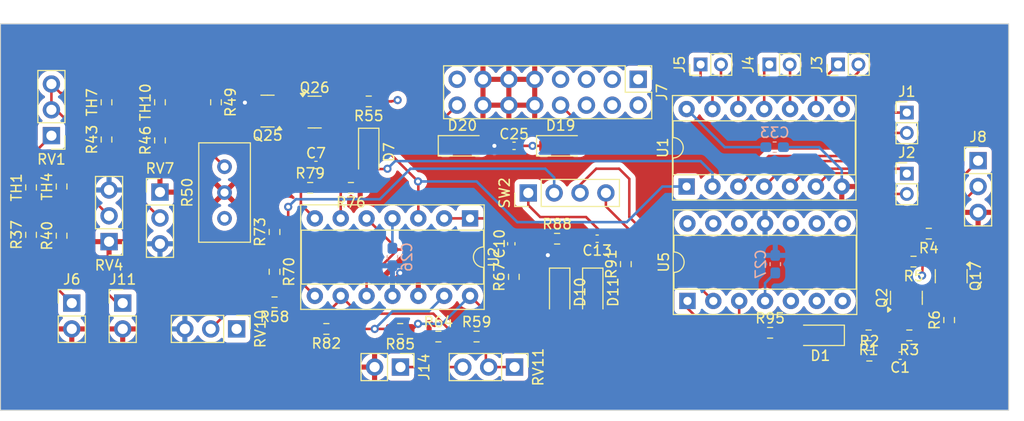
<source format=kicad_pcb>
(kicad_pcb (version 20240108) (generator "pcbnew") (generator_version "8.0")
  (layers (0 "F.Cu" signal) (1 "In1.Cu" signal) (2 "In2.Cu" signal) (31 "B.Cu" signal) (34 "B.Paste" user) (35 "F.Paste" user) (36 "B.SilkS" user "B.Silkscreen") (37 "F.SilkS" user "F.Silkscreen") (38 "B.Mask" user) (39 "F.Mask" user) (44 "Edge.Cuts" user))
  (net 0 "")
  (net 1 "GND")
  (net 2 "Net-(C1-Pad2)")
  (net 3 "Net-(D7-K)")
  (net 4 "Net-(U2B-+)")
  (net 5 "Net-(U2A--)")
  (net 6 "TRI_OUT1")
  (net 7 "Net-(D10-K)")
  (net 8 "-12V")
  (net 9 "+12V")
  (net 10 "Net-(D1-K)")
  (net 11 "OUT1")
  (net 12 "Net-(D7-A)")
  (net 13 "Net-(D10-A)")
  (net 14 "SAW_OUT1")
  (net 15 "Net-(D19-A)")
  (net 16 "Net-(D20-K)")
  (net 17 "FM_IN1")
  (net 24 "LED_OUT1")
  (net 25 "CV_IN1")
  (net 26 "PWM_MOD1")
  (net 27 "Net-(Q2-B)")
  (net 28 "Net-(Q2-C)")
  (net 29 "Net-(Q17-B)")
  (net 30 "Net-(Q25-B)")
  (net 31 "Net-(Q25-E)")
  (net 32 "Net-(R37-Pad2)")
  (net 33 "Net-(R40-Pad2)")
  (net 34 "Net-(R43-Pad1)")
  (net 35 "Net-(R43-Pad2)")
  (net 36 "Net-(R46-Pad1)")
  (net 37 "Net-(R46-Pad2)")
  (net 38 "Net-(R49-Pad2)")
  (net 39 "Net-(R58-Pad2)")
  (net 40 "Net-(U2C--)")
  (net 41 "Net-(R59-Pad2)")
  (net 42 "PULSE_OUT1")
  (net 43 "Net-(R70-Pad2)")
  (net 44 "Net-(U2B--)")
  (net 45 "Net-(U2D--)")
  (net 46 "Net-(U5A-+)")
  (net 47 "Net-(RV1-Pad1)")
  (net 48 "Net-(U5A--)")
  (net 49 "Net-(J1-Pin_1)")
  (net 50 "Net-(J1-Pin_2)")
  (net 51 "Net-(J2-Pin_1)")
  (net 52 "Net-(J2-Pin_2)")
  (net 53 "Net-(J3-Pin_2)")
  (net 54 "Net-(J3-Pin_1)")
  (net 55 "Net-(J4-Pin_1)")
  (net 56 "Net-(J4-Pin_2)")
  (net 57 "Net-(J5-Pin_1)")
  (net 58 "Net-(J5-Pin_2)")
  (footprint "Resistor_SMD:R_0603_1608Metric_Pad0.98x0.95mm_HandSolder" (layer "F.Cu") (at 208.3225 117.63)
    (property "Reference" "R2")
    (property "Value" "22K")
  )
  (footprint "Package_TO_SOT_SMD:SOT-23" (layer "F.Cu") (at 153.8475 93.68)
    (property "Reference" "Q26")
    (property "Value" "BC848")
  )
  (footprint "Resistor_SMD:R_0603_1608Metric_Pad0.98x0.95mm_HandSolder" (layer "F.Cu") (at 212.66 108.38 180)
    (property "Reference" "R5")
    (property "Value" "12K")
  )
  (footprint "Diode_SMD:D_SOD-123" (layer "F.Cu") (at 181.16 111.38 -90)
    (property "Reference" "D11")
    (property "Value" "1N4148")
  )
  (footprint "Resistor_SMD:R_0603_1608Metric_Pad0.98x0.95mm_HandSolder" (layer "F.Cu") (at 138.66 96.4675 90)
    (property "Reference" "R46")
    (property "Value" "100K")
  )
  (footprint "Connector_PinHeader_2.54mm:PinHeader_1x03_P2.54mm_Vertical" (layer "F.Cu") (at 138.66 101.55)
    (property "Reference" "RV7")
    (property "Value" "100K")
  )
  (footprint "Package_DIP:DIP-14_W7.62mm_Socket" (layer "F.Cu") (at 190.46 112.25 90)
    (property "Reference" "U5")
    (property "Value" "TL074")
  )
  (footprint "Potentiometer_THT:Potentiometer_Bourns_3296W_Vertical" (layer "F.Cu") (at 145 99.05 90)
    (property "Reference" "R50")
    (property "Value" "1K")
  )
  (footprint "Connector_PinHeader_2.54mm:PinHeader_1x04_P2.54mm_Vertical" (layer "F.Cu") (at 174.83 101.63 90)
    (property "Reference" "SW2")
    (property "Value" "SW_SP3T")
  )
  (footprint "Resistor_SMD:R_0603_1608Metric_Pad0.98x0.95mm_HandSolder" (layer "F.Cu") (at 149.91 112.38 180)
    (property "Reference" "R58")
    (property "Value" "100K")
  )
  (footprint "Connector_PinHeader_2.54mm:PinHeader_1x02_P2.54mm_Vertical" (layer "F.Cu") (at 162.275 118.75 -90)
    (property "Reference" "J14")
    (property "Value" "PWMMOD_in_1")
  )
  (footprint "Diode_SMD:D_SOD-123" (layer "F.Cu") (at 159.16 97.63 -90)
    (property "Reference" "D7")
    (property "Value" "1N4148")
  )
  (footprint "Resistor_SMD:R_0603_1608Metric_Pad0.98x0.95mm_HandSolder" (layer "F.Cu") (at 198.5725 115.38)
    (property "Reference" "R95")
    (property "Value" "1K")
  )
  (footprint "Resistor_SMD:R_0603_1608Metric_Pad0.98x0.95mm_HandSolder" (layer "F.Cu") (at 149.91 109.38 -90)
    (property "Reference" "R70")
    (property "Value" "100K")
  )
  (footprint "Capacitor_SMD:C_0402_1005Metric_Pad0.74x0.62mm_HandSolder" (layer "F.Cu") (at 211.3425 117.63 180)
    (property "Reference" "C1")
    (property "Value" "1µ")
  )
  (footprint "Resistor_SMD:R_0603_1608Metric_Pad0.98x0.95mm_HandSolder" (layer "F.Cu") (at 208.2475 115.63 180)
    (property "Reference" "R1")
    (property "Value" "1K")
  )
  (footprint "Connector_PinHeader_2.54mm:PinHeader_1x03_P2.54mm_Vertical" (layer "F.Cu") (at 133.66 106.42 180)
    (property "Reference" "RV4")
    (property "Value" "100K")
  )
  (footprint "Diode_SMD:D_SOD-123" (layer "F.Cu") (at 177.91 111.38 -90)
    (property "Reference" "D10")
    (property "Value" "1N4148")
  )
  (footprint "Resistor_SMD:R_0603_1608Metric_Pad0.98x0.95mm_HandSolder" (layer "F.Cu") (at 129 105.8375 90)
    (property "Reference" "R40")
    (property "Value" "100K")
  )
  (footprint "Resistor_SMD:R_0603_1608Metric_Pad0.98x0.95mm_HandSolder" (layer "F.Cu") (at 166 115.75)
    (property "Reference" "R64")
    (property "Value" "14K")
  )
  (footprint "Resistor_SMD:R_0603_1608Metric_Pad0.98x0.95mm_HandSolder" (layer "F.Cu") (at 159.16 92.63 180)
    (property "Reference" "R55")
    (property "Value" "1M")
  )
  (footprint "Package_DIP:DIP-14_W7.62mm_Socket" (layer "F.Cu") (at 169.11 104.13 -90)
    (property "Reference" "U2")
    (property "Value" "TL074")
  )
  (footprint "Connector_PinHeader_2.54mm:PinHeader_1x03_P2.54mm_Vertical" (layer "F.Cu") (at 173.4775 118.75 -90)
    (property "Reference" "RV11")
    (property "Value" "250K")
  )
  (footprint "Connector_PinHeader_2.00mm:PinHeader_1x02_P2.00mm_Vertical" (layer "F.Cu") (at 212 99.73)
    (property "Reference" "J2")
    (property "Value" "shmidt trigger 3")
  )
  (footprint "Resistor_SMD:R_0603_1608Metric_Pad0.98x0.95mm_HandSolder" (layer "F.Cu") (at 155 115 180)
    (property "Reference" "R82")
    (property "Value" "10K")
  )
  (footprint "Connector_PinHeader_2.54mm:PinHeader_2x08_P2.54mm_Vertical" (layer "F.Cu") (at 185.62 90.46 -90)
    (property "Reference" "J7")
    (property "Value" "Conn_02x08_Odd_Even")
  )
  (footprint "Capacitor_SMD:C_0402_1005Metric_Pad0.74x0.62mm_HandSolder" (layer "F.Cu") (at 173.16 106.63 90)
    (property "Reference" "C10")
    (property "Value" "1µ")
  )
  (footprint "Resistor_SMD:R_0603_1608Metric_Pad0.98x0.95mm_HandSolder" (layer "F.Cu") (at 126 101.0875 90)
    (property "Reference" "TH1")
    (property "Value" "10K")
  )
  (footprint "Resistor_SMD:R_0603_1608Metric_Pad0.98x0.95mm_HandSolder" (layer "F.Cu") (at 212.2475 115.63 180)
    (property "Reference" "R3")
    (property "Value" "10K")
  )
  (footprint "Resistor_SMD:R_0603_1608Metric_Pad0.98x0.95mm_HandSolder" (layer "F.Cu") (at 133.41 96.38 90)
    (property "Reference" "R43")
    (property "Value" "1M")
  )
  (footprint "Resistor_SMD:R_0603_1608Metric_Pad0.98x0.95mm_HandSolder" (layer "F.Cu") (at 184.41 108.63 90)
    (property "Reference" "R91")
    (property "Value" "200K")
  )
  (footprint "Diode_SMD:D_SOD-123" (layer "F.Cu") (at 168.35 97)
    (property "Reference" "D20")
    (property "Value" "1N4148")
  )
  (footprint "Resistor_SMD:R_0603_1608Metric_Pad0.98x0.95mm_HandSolder" (layer "F.Cu") (at 153.41 101.13)
    (property "Reference" "R79")
    (property "Value" "100K")
  )
  (footprint "Connector_PinHeader_2.00mm:PinHeader_1x02_P2.00mm_Vertical" (layer "F.Cu") (at 198.5 89 90)
    (property "Reference" "J4")
    (property "Value" "shmidt trigger 5")
  )
  (footprint "Connector_PinHeader_2.00mm:PinHeader_1x02_P2.00mm_Vertical" (layer "F.Cu") (at 191.75 89 90)
    (property "Reference" "J5")
    (property "Value" "shmidt trigger 6")
  )
  (footprint "Capacitor_SMD:C_0402_1005Metric_Pad0.74x0.62mm_HandSolder" (layer "F.Cu") (at 181.5925 106.13 180)
    (property "Reference" "C13")
    (property "Value" "1µ")
  )
  (footprint "Resistor_SMD:R_0603_1608Metric_Pad0.98x0.95mm_HandSolder" (layer "F.Cu") (at 144.16 92.7175 -90)
    (property "Reference" "R49")
    (property "Value" "1.5K")
  )
  (footprint "Resistor_SMD:R_0603_1608Metric_Pad0.98x0.95mm_HandSolder" (layer "F.Cu") (at 214.16 105.63 180)
    (property "Reference" "R4")
    (property "Value" "1K")
  )
  (footprint "Package_TO_SOT_SMD:SOT-23" (layer "F.Cu") (at 211.96 111.9425 90)
    (property "Reference" "Q2")
    (property "Value" "BC817")
  )
  (footprint "Resistor_SMD:R_0603_1608Metric_Pad0.98x0.95mm_HandSolder" (layer "F.Cu") (at 157.41 101.13 180)
    (property "Reference" "R76")
    (property "Value" "33K")
  )
  (footprint "Resistor_SMD:R_0603_1608Metric_Pad0.98x0.95mm_HandSolder" (layer "F.Cu") (at 126 105.75 90)
    (property "Reference" "R37")
    (property "Value" "100K")
  )
  (footprint "Package_TO_SOT_SMD:SOT-23" (layer "F.Cu") (at 216.36 109.8175 -90)
    (property "Reference" "Q17")
    (property "Value" "BC807")
  )
  (footprint "Connector_PinHeader_2.54mm:PinHeader_1x02_P2.54mm_Vertical" (layer "F.Cu") (at 135 112.46)
    (property "Reference" "J11")
    (property "Value" "CV_in_1")
  )
  (footprint "Resistor_SMD:R_0603_1608Metric_Pad0.98x0.95mm_HandSolder" (layer "F.Cu") (at 177.66 106.13)
    (property "Reference" "R88")
    (property "Value" "200K")
  )
  (footprint "Resistor_SMD:R_0603_1608Metric_Pad0.98x0.95mm_HandSolder" (layer "F.Cu") (at 216.16 114.13 90)
    (property "Reference" "R6")
    (property "Value" "1K")
  )
  (footprint "Diode_SMD:D_SOD-123" (layer "F.Cu") (at 203.51 115.63 180)
    (property "Reference" "D1")
    (property "Value" "1N4148")
  )
  (footprint "Resistor_SMD:R_0603_1608Metric_Pad0.98x0.95mm_HandSolder" (layer "F.Cu") (at 133.41 92.7175 90)
    (property "Reference" "TH7")
    (property "Value" "10K")
  )
  (footprint "Resistor_SMD:R_0603_1608Metric_Pad0.98x0.95mm_HandSolder" (layer "F.Cu") (at 138.66 92.7175 90)
    (property "Reference" "TH10")
    (property "Value" "10K")
  )
  (footprint "Resistor_SMD:R_0603_1608Metric_Pad0.98x0.95mm_HandSolder" (layer "F.Cu") (at 162.25 115 180)
    (property "Reference" "R85")
    (property "Value" "10K")
  )
  (footprint "Capacitor_SMD:C_0402_1005Metric_Pad0.74x0.62mm_HandSolder" (layer "F.Cu") (at 153.9775 98.88)
    (property "Reference" "C7")
    (property "Value" "2.2n")
  )
  (footprint "Diode_SMD:D_SOD-123" (layer "F.Cu") (at 178 97)
    (property "Reference" "D19")
    (property "Value" "1N4148")
  )
  (footprint "Capacitor_SMD:C_0402_1005Metric_Pad0.74x0.62mm_HandSolder" (layer "F.Cu") (at 173.4325 97)
    (property "Reference" "C25")
    (property "Value" "1µ")
  )
  (footprint "Connector_PinHeader_2.00mm:PinHeader_1x02_P2.00mm_Vertical" (layer "F.Cu") (at 212 93.73)
    (property "Reference" "J1")
    (property "Value" "shmidt trigger 2")
  )
  (footprint "Package_DIP:DIP-14_W7.62mm_Socket" (layer "F.Cu") (at 190.375 101 90)
    (property "Reference" "U1")
    (property "Value" "40106")
  )
  (footprint "Resistor_SMD:R_0603_1608Metric_Pad0.98x0.95mm_HandSolder" (layer "F.Cu") (at 173.41 109.88 90)
    (property "Reference" "R67")
    (property "Value" "200K")
  )
  (footprint "Resistor_SMD:R_0603_1608Metric_Pad0.98x0.95mm_HandSolder" (layer "F.Cu") (at 149.91 105.4675 90)
    (property "Reference" "R73")
    (property "Value" "68K")
  )
  (footprint "Package_TO_SOT_SMD:SOT-23" (layer "F.Cu") (at 149.2225 93.58 180)
    (property "Reference" "Q25")
    (property "Value" "BC858")
  )
  (footprint "Resistor_SMD:R_0603_1608Metric_Pad0.98x0.95mm_HandSolder" (layer "F.Cu") (at 129 101 90)
    (property "Reference" "TH4")
    (property "Value" "10K")
  )
  (footprint "Connector_PinHeader_2.54mm:PinHeader_1x03_P2.54mm_Vertical" (layer "F.Cu") (at 128 96 180)
    (property "Reference" "RV1")
    (property "Value" "1M")
  )
  (footprint "Connector_PinHeader_2.54mm:PinHeader_1x03_P2.54mm_Vertical" (layer "F.Cu") (at 219 98.46)
    (property "Reference" "J8")
    (property "Value" "Audiojack 1")
  )
  (footprint "Connector_PinHeader_2.00mm:PinHeader_1x02_P2.00mm_Vertical" (layer "F.Cu") (at 205.25 89 90)
    (property "Reference" "J3")
    (property "Value" "shmidt trigger 4")
  )
  (footprint "Resistor_SMD:R_0603_1608Metric_Pad0.98x0.95mm_HandSolder" (layer "F.Cu") (at 169.75 115.75)
    (property "Reference" "R59")
    (property "Value" "68K")
  )
  (footprint "Connector_PinHeader_2.54mm:PinHeader_1x02_P2.54mm_Vertical" (layer "F.Cu") (at 130 112.46)
    (property "Reference" "J6")
    (property "Value" "FM_in_1")
  )
  (footprint "Connector_PinHeader_2.54mm:PinHeader_1x03_P2.54mm_Vertical" (layer "F.Cu") (at 146.185 115 -90)
    (property "Reference" "RV10")
    (property "Value" "100K")
  )
  (footprint "Capacitor_SMD:C_0603_1608Metric_Pad1.08x0.95mm_HandSolder" (layer "B.Cu") (at 199.085 108.63 -90)
    (property "Reference" "C27")
    (property "Value" "0.1µ")
  )
  (footprint "Capacitor_SMD:C_0603_1608Metric_Pad1.08x0.95mm_HandSolder" (layer "B.Cu") (at 161.485 107.93 90)
    (property "Reference" "C26")
    (property "Value" "0.1µ")
  )
  (footprint "Capacitor_SMD:C_0603_1608Metric_Pad1.08x0.95mm_HandSolder" (layer "B.Cu") (at 199.0225 97.13 180)
    (property "Reference" "C33")
    (property "Value" "0.1µ")
  )
  (gr_rect (start 123 85) (end 222 123) (stroke (width 0.1)) (fill none) (layer "Edge.Cuts"))
  (segment (start 199.885 97.13) (end 203.38 97.13) (width 0.25) (layer "B.Cu") (net 1))
  (segment (start 203.38 97.13) (end 205.615 99.365) (width 0.25) (layer "B.Cu") (net 1))
  (segment (start 205.615 99.365) (end 205.615 101) (width 0.25) (layer "B.Cu") (net 1))
  (segment (start 209.16 115.63) (end 209.16 117.555) (width 0.25) (layer "F.Cu") (net 2))
  (segment (start 209.16 117.555) (end 209.235 117.63) (width 0.25) (layer "F.Cu") (net 2))
  (segment (start 209.235 117.63) (end 210.775 117.63) (width 0.25) (layer "F.Cu") (net 2))
  (segment (start 154.785 93.68) (end 156.86 93.68) (width 0.25) (layer "F.Cu") (net 3))
  (segment (start 164.03 100.53) (end 164 100.5) (width 0.25) (layer "F.Cu") (net 3))
  (segment (start 154.785 93.68) (end 154.785 98.64) (width 0.25) (layer "F.Cu") (net 3))
  (segment (start 154.785 98.64) (end 154.545 98.88) (width 0.25) (layer "F.Cu") (net 3))
  (segment (start 164 100.5) (end 159.48 95.98) (width 0.25) (layer "F.Cu") (net 3))
  (segment (start 164.03 104.13) (end 164.03 100.53) (width 0.25) (layer "F.Cu") (net 3))
  (segment (start 159.48 95.98) (end 159.16 95.98) (width 0.25) (layer "F.Cu") (net 3))
  (segment (start 156.86 93.68) (end 159.16 95.98) (width 0.25) (layer "F.Cu") (net 3))
  (via (at 164 100.5) (size 0.8) (drill 0.4) (layers "F.Cu" "B.Cu") (net 3))
  (segment (start 169.75 100.5) (end 173.75 104.5) (width 0.25) (layer "B.Cu") (net 3))
  (segment (start 164 100.5) (end 169.75 100.5) (width 0.25) (layer "B.Cu") (net 3))
  (segment (start 184.5 104.5) (end 188 101) (width 0.25) (layer "B.Cu") (net 3))
  (segment (start 188 101) (end 190.375 101) (width 0.25) (layer "B.Cu") (net 3))
  (segment (start 173.75 104.5) (end 184.5 104.5) (width 0.25) (layer "B.Cu") (net 3))
  (segment (start 162.0175 107.1975) (end 158.95 104.13) (width 0.25) (layer "F.Cu") (net 4))
  (segment (start 173.16 108.7175) (end 173.41 108.9675) (width 0.25) (layer "F.Cu") (net 4))
  (segment (start 158.95 110.265) (end 162.0175 107.1975) (width 0.25) (layer "F.Cu") (net 4))
  (segment (start 173.16 107.1975) (end 173.16 108.7175) (width 0.25) (layer "F.Cu") (net 4))
  (segment (start 158.95 111.75) (end 158.95 110.265) (width 0.25) (layer "F.Cu") (net 4))
  (segment (start 173.16 107.1975) (end 162.0175 107.1975) (width 0.25) (layer "F.Cu") (net 4))
  (segment (start 166.57 104.13) (end 169.11 104.13) (width 0.25) (layer "F.Cu") (net 5))
  (segment (start 171.2275 104.13) (end 173.16 106.0625) (width 0.25) (layer "F.Cu") (net 5))
  (segment (start 169.11 104.13) (end 171.2275 104.13) (width 0.25) (layer "F.Cu") (net 5))
  (segment (start 182.16 105.66) (end 180.5 104) (width 0.25) (layer "F.Cu") (net 6))
  (segment (start 182.16 106.13) (end 182.16 105.66) (width 0.25) (layer "F.Cu") (net 6))
  (segment (start 180.5 104) (end 176 104) (width 0.25) (layer "F.Cu") (net 6))
  (segment (start 174.83 102.83) (end 174.83 101.63) (width 0.25) (layer "F.Cu") (net 6))
  (segment (start 176 104) (end 174.83 102.83) (width 0.25) (layer "F.Cu") (net 6))
  (segment (start 183.13 106.13) (end 182.16 106.13) (width 0.25) (layer "F.Cu") (net 6))
  (segment (start 184.41 107.7175) (end 184.41 107.41) (width 0.25) (layer "F.Cu") (net 6))
  (segment (start 184.41 107.41) (end 183.13 106.13) (width 0.25) (layer "F.Cu") (net 6))
  (segment (start 178.5725 106.13) (end 181.025 106.13) (width 0.25) (layer "F.Cu") (net 7))
  (segment (start 181.16 106.265) (end 181.025 106.13) (width 0.25) (layer "F.Cu") (net 7))
  (segment (start 181.16 109.73) (end 181.16 106.265) (width 0.25) (layer "F.Cu") (net 7))
  (segment (start 171.5 97) (end 170 97) (width 0.25) (layer "F.Cu") (net 8))
  (segment (start 176.75 107.75) (end 176.7475 107.7475) (width 0.25) (layer "F.Cu") (net 8))
  (segment (start 148.285 93.58) (end 147.33 93.58) (width 0.25) (layer "F.Cu") (net 8))
  (segment (start 147 93.25) (end 147 92.75) (width 0.25) (layer "F.Cu") (net 8))
  (segment (start 161.49 110.26) (end 162.25 109.5) (width 0.25) (layer "F.Cu") (net 8))
  (segment (start 172.865 97) (end 171.5 97) (width 0.25) (layer "F.Cu") (net 8))
  (segment (start 161.49 111.75) (end 161.49 110.26) (width 0.25) (layer "F.Cu") (net 8))
  (segment (start 176.7475 106.13) (end 176.75 107.75) (width 0.25) (layer "F.Cu") (net 8))
  (segment (start 147.33 93.58) (end 147 93.25) (width 0.25) (layer "F.Cu") (net 8))
  (via (at 171.5 97) (size 0.8) (drill 0.4) (layers "F.Cu" "B.Cu") (net 8))
  (via (at 147 92.75) (size 0.8) (drill 0.4) (layers "F.Cu" "B.Cu") (net 8))
  (via (at 162.25 109.5) (size 0.8) (drill 0.4) (layers "F.Cu" "B.Cu") (net 8))
  (via (at 176.75 107.75) (size 0.8) (drill 0.4) (layers "F.Cu" "B.Cu") (net 8))
  (segment (start 215.41 108.88) (end 214.91 108.38) (width 0.25) (layer "F.Cu") (net 9))
  (segment (start 213.5 109.75) (end 213.5725 109.8225) (width 0.25) (layer "F.Cu") (net 9))
  (segment (start 174 97) (end 175.25 97) (width 0.25) (layer "F.Cu") (net 9))
  (segment (start 213.5725 108.38) (end 213.5 109.75) (width 0.25) (layer "F.Cu") (net 9))
  (segment (start 175.25 97) (end 176.35 97) (width 0.25) (layer "F.Cu") (net 9))
  (segment (start 162 92.5) (end 161.87 92.63) (width 0.25) (layer "F.Cu") (net 9))
  (segment (start 214.91 108.38) (end 213.5725 108.38) (width 0.25) (layer "F.Cu") (net 9))
  (segment (start 160.0725 92.63) (end 161.38 92.63) (width 0.25) (layer "F.Cu") (net 9))
  (segment (start 161.38 92.63) (end 162 92.5) (width 0.25) (layer "F.Cu") (net 9))
  (via (at 213.5 109.75) (size 0.8) (drill 0.4) (layers "F.Cu" "B.Cu") (net 9))
  (via (at 175.25 97) (size 0.8) (drill 0.4) (layers "F.Cu" "B.Cu") (net 9))
  (via (at 162 92.5) (size 0.8) (drill 0.4) (layers "F.Cu" "B.Cu") (net 9))
  (segment (start 161.485 104.135) (end 161.49 104.13) (width 0.25) (layer "B.Cu") (net 9))
  (segment (start 198.08 110.4975) (end 199.085 109.4925) (width 0.25) (layer "B.Cu") (net 9))
  (segment (start 161.485 107.0675) (end 161.485 104.135) (width 0.25) (layer "B.Cu") (net 9))
  (segment (start 198.16 97.13) (end 194.125 97.13) (width 0.25) (layer "B.Cu") (net 9))
  (segment (start 198.08 112.25) (end 198.08 110.4975) (width 0.25) (layer "B.Cu") (net 9))
  (segment (start 194.125 97.13) (end 190.375 93.38) (width 0.25) (layer "B.Cu") (net 9))
  (segment (start 205.16 115.63) (end 207.335 115.63) (width 0.25) (layer "F.Cu") (net 10))
  (segment (start 208 114.5) (end 210.205 114.5) (width 0.25) (layer "F.Cu") (net 10))
  (segment (start 207.335 115.165) (end 208 114.5) (width 0.25) (layer "F.Cu") (net 10))
  (segment (start 207.335 115.63) (end 207.335 115.165) (width 0.25) (layer "F.Cu") (net 10))
  (segment (start 210.205 114.5) (end 211.335 115.63) (width 0.25) (layer "F.Cu") (net 10))
  (segment (start 199.485 115.38) (end 201.61 115.38) (width 0.25) (layer "F.Cu") (net 11))
  (segment (start 201.86 115.63) (end 202.87 115.63) (width 0.25) (layer "F.Cu") (net 11))
  (segment (start 209.5 106.5) (end 212.5 103.5) (width 0.25) (layer "F.Cu") (net 11))
  (segment (start 204 114.5) (end 207 114.5) (width 0.25) (layer "F.Cu") (net 11))
  (segment (start 209.5 112) (end 209.5 106.5) (width 0.25) (layer "F.Cu") (net 11))
  (segment (start 214 103.5) (end 219 98.5) (width 0.25) (layer "F.Cu") (net 11))
  (segment (start 201.61 115.38) (end 201.86 115.63) (width 0.25) (layer "F.Cu") (net 11))
  (segment (start 212.5 103.5) (end 214 103.5) (width 0.25) (layer "F.Cu") (net 11))
  (segment (start 202.87 115.63) (end 204 114.5) (width 0.25) (layer "F.Cu") (net 11))
  (segment (start 219 98.5) (end 219 98.46) (width 0.25) (layer "F.Cu") (net 11))
  (segment (start 207 114.5) (end 209.5 112) (width 0.25) (layer "F.Cu") (net 11))
  (segment (start 159.16 99.28) (end 160.97 99.28) (width 0.25) (layer "F.Cu") (net 12))
  (segment (start 160.97 99.28) (end 161 99.25) (width 0.25) (layer "F.Cu") (net 12))
  (via (at 161 99.25) (size 0.8) (drill 0.4) (layers "F.Cu" "B.Cu") (net 12))
  (segment (start 191.75 98.5) (end 161.75 98.5) (width 0.25) (layer "B.Cu") (net 12))
  (segment (start 192.915 101) (end 192.915 99.665) (width 0.25) (layer "B.Cu") (net 12))
  (segment (start 192.915 99.665) (end 191.75 98.5) (width 0.25) (layer "B.Cu") (net 12))
  (segment (start 161.75 98.5) (end 161 99.25) (width 0.25) (layer "B.Cu") (net 12))
  (segment (start 177.91 113.03) (end 170.39 113.03) (width 0.25) (layer "F.Cu") (net 13))
  (segment (start 163.2125 114.95) (end 163.55 114.95) (width 0.25) (layer "F.Cu") (net 13))
  (segment (start 163.55 114.95) (end 164 114.5) (width 0.25) (layer "F.Cu") (net 13))
  (segment (start 170.39 113.03) (end 169.11 111.75) (width 0.25) (layer "F.Cu") (net 13))
  (segment (start 163.1625 115) (end 163.2125 114.95) (width 0.25) (layer "F.Cu") (net 13))
  (via (at 164 114.5) (size 0.8) (drill 0.4) (layers "F.Cu" "B.Cu") (net 13))
  (segment (start 166.36 114.5) (end 169.11 111.75) (width 0.25) (layer "B.Cu") (net 13))
  (segment (start 164 114.5) (end 166.36 114.5) (width 0.25) (layer "B.Cu") (net 13))
  (segment (start 181.16 113.03) (end 181.16 117.84) (width 0.25) (layer "F.Cu") (net 14))
  (segment (start 154.0875 118.0875) (end 154.0875 115) (width 0.25) (layer "F.Cu") (net 14))
  (segment (start 183.97 113.03) (end 181.16 113.03) (width 0.25) (layer "F.Cu") (net 14))
  (segment (start 186 111) (end 183.97 113.03) (width 0.25) (layer "F.Cu") (net 14))
  (segment (start 178 121) (end 157 121) (width 0.25) (layer "F.Cu") (net 14))
  (segment (start 152.4975 102.7575) (end 153.87 104.13) (width 0.25) (layer "F.Cu") (net 14))
  (segment (start 181.16 117.84) (end 178 121) (width 0.25) (layer "F.Cu") (net 14))
  (segment (start 152.4975 101.13) (end 152.4975 102.7575) (width 0.25) (layer "F.Cu") (net 14))
  (segment (start 186 106.5) (end 186 111) (width 0.25) (layer "F.Cu") (net 14))
  (segment (start 182.45 101.63) (end 182.45 102.95) (width 0.25) (layer "F.Cu") (net 14))
  (segment (start 157 121) (end 154.0875 118.0875) (width 0.25) (layer "F.Cu") (net 14))
  (segment (start 182.45 102.95) (end 186 106.5) (width 0.25) (layer "F.Cu") (net 14))
  (segment (start 178 93) (end 179.65 94.65) (width 0.25) (layer "F.Cu") (net 15))
  (segment (start 179.65 94.65) (end 179.65 97) (width 0.25) (layer "F.Cu") (net 15))
  (segment (start 166.7 94.14) (end 167.84 93) (width 0.25) (layer "F.Cu") (net 16))
  (segment (start 166.7 97) (end 166.7 94.14) (width 0.25) (layer "F.Cu") (net 16))
  (segment (start 126 108.46) (end 130 112.46) (width 0.25) (layer "F.Cu") (net 17))
  (segment (start 126 106.6625) (end 126 108.46) (width 0.25) (layer "F.Cu") (net 17))
  (segment (start 216.75 103.25) (end 219 101) (width 0.25) (layer "F.Cu") (net 24))
  (segment (start 216.75 105.5) (end 216.75 103.25) (width 0.25) (layer "F.Cu") (net 24))
  (segment (start 218.75 110) (end 218.75 107.5) (width 0.25) (layer "F.Cu") (net 24))
  (segment (start 217.995 110.755) (end 218.75 110) (width 0.25) (layer "F.Cu") (net 24))
  (segment (start 218.75 107.5) (end 216.75 105.5) (width 0.25) (layer "F.Cu") (net 24))
  (segment (start 216.36 110.755) (end 217.995 110.755) (width 0.25) (layer "F.Cu") (net 24))
  (segment (start 216.16 113.2175) (end 216.16 110.955) (width 0.25) (layer "F.Cu") (net 24))
  (segment (start 216.16 113.2175) (end 213.2475 113.2175) (width 0.25) (layer "F.Cu") (net 24))
  (segment (start 213.2475 113.2175) (end 212.91 112.88) (width 0.25) (layer "F.Cu") (net 24))
  (segment (start 216.16 110.955) (end 216.36 110.755) (width 0.25) (layer "F.Cu") (net 24))
  (segment (start 129 106.75) (end 129 107) (width 0.25) (layer "F.Cu") (net 25))
  (segment (start 129 107) (end 134.46 112.46) (width 0.25) (layer "F.Cu") (net 25))
  (segment (start 134.46 112.46) (end 135 112.46) (width 0.25) (layer "F.Cu") (net 25))
  (segment (start 162.275 118.75) (end 168.3975 118.75) (width 0.25) (layer "F.Cu") (net 26))
  (segment (start 211.01 112.88) (end 213.16 115.03) (width 0.25) (layer "F.Cu") (net 27))
  (segment (start 213.16 115.03) (end 213.16 115.63) (width 0.25) (layer "F.Cu") (net 27))
  (segment (start 211.7475 108.38) (end 211.7475 107.13) (width 0.25) (layer "F.Cu") (net 28))
  (segment (start 211.7475 107.13) (end 213.2475 105.63) (width 0.25) (layer "F.Cu") (net 28))
  (segment (start 211.96 111.005) (end 211.96 108.5925) (width 0.25) (layer "F.Cu") (net 28))
  (segment (start 211.96 108.5925) (end 211.7475 108.38) (width 0.25) (layer "F.Cu") (net 28))
  (segment (start 217.31 107.8675) (end 215.0725 105.63) (width 0.25) (layer "F.Cu") (net 29))
  (segment (start 217.31 108.88) (end 217.31 107.8675) (width 0.25) (layer "F.Cu") (net 29))
  (segment (start 146 94) (end 146 93) (width 0.25) (layer "F.Cu") (net 30))
  (segment (start 146.53 94.53) (end 146 94) (width 0.25) (layer "F.Cu") (net 30))
  (segment (start 129 100.0875) (end 129 99) (width 0.25) (layer "F.Cu") (net 30))
  (segment (start 133.41 91.805) (end 138.66 91.805) (width 0.25) (layer "F.Cu") (net 30))
  (segment (start 144.805 91.805) (end 144.16 91.805) (width 0.25) (layer "F.Cu") (net 30))
  (segment (start 146 93) (end 144.805 91.805) (width 0.25) (layer "F.Cu") (net 30))
  (segment (start 128.46 93.46) (end 128 93.46) (width 0.25) (layer "F.Cu") (net 30))
  (segment (start 129 99) (end 130 98) (width 0.25) (layer "F.Cu") (net 30))
  (segment (start 130 98) (end 130 95) (width 0.25) (layer "F.Cu") (net 30))
  (segment (start 150.16 94.53) (end 146.53 94.53) (width 0.25) (layer "F.Cu") (net 30))
  (segment (start 138.66 91.805) (end 144.16 91.805) (width 0.25) (layer "F.Cu") (net 30))
  (segment (start 128 90.92) (end 128.885 91.805) (width 0.25) (layer "F.Cu") (net 30))
  (segment (start 128.885 91.805) (end 133.41 91.805) (width 0.25) (layer "F.Cu") (net 30))
  (segment (start 128 93.46) (end 128 90.92) (width 0.25) (layer "F.Cu") (net 30))
  (segment (start 130 95) (end 128.46 93.46) (width 0.25) (layer "F.Cu") (net 30))
  (segment (start 153.73 92.73) (end 153.83 92.63) (width 0.25) (layer "F.Cu") (net 31))
  (segment (start 153.83 92.63) (end 158.2475 92.63) (width 0.25) (layer "F.Cu") (net 31))
  (segment (start 152.81 92.63) (end 152.91 92.73) (width 0.25) (layer "F.Cu") (net 31))
  (segment (start 152.91 92.73) (end 153.73 92.73) (width 0.25) (layer "F.Cu") (net 31))
  (segment (start 150.16 92.63) (end 152.81 92.63) (width 0.25) (layer "F.Cu") (net 31))
  (segment (start 126 104.8375) (end 126 102) (width 0.25) (layer "F.Cu") (net 32))
  (segment (start 129 104.925) (end 129 101.9125) (width 0.25) (layer "F.Cu") (net 33))
  (segment (start 133.66 103.88) (end 132 102.22) (width 0.25) (layer "F.Cu") (net 34))
  (segment (start 133.41 98.59) (end 133.41 97.2925) (width 0.25) (layer "F.Cu") (net 34))
  (segment (start 132 100) (end 133.41 98.59) (width 0.25) (layer "F.Cu") (net 34))
  (segment (start 132 102.22) (end 132 100) (width 0.25) (layer "F.Cu") (net 34))
  (segment (start 133.41 95.4675) (end 133.41 93.63) (width 0.25) (layer "F.Cu") (net 35))
  (segment (start 137 102.43) (end 137 100) (width 0.25) (layer "F.Cu") (net 36))
  (segment (start 138.66 104.09) (end 137 102.43) (width 0.25) (layer "F.Cu") (net 36))
  (segment (start 138.66 98.34) (end 138.66 97.38) (width 0.25) (layer "F.Cu") (net 36))
  (segment (start 137 100) (end 138.66 98.34) (width 0.25) (layer "F.Cu") (net 36))
  (segment (start 138.66 93.63) (end 138.66 95.555) (width 0.25) (layer "F.Cu") (net 37))
  (segment (start 144.16 98.21) (end 145 99.05) (width 0.25) (layer "F.Cu") (net 38))
  (segment (start 144.16 93.63) (end 144.16 98.21) (width 0.25) (layer "F.Cu") (net 38))
  (segment (start 146.265 112.38) (end 148.9975 112.38) (width 0.25) (layer "F.Cu") (net 39))
  (segment (start 143.645 115) (end 146.265 112.38) (width 0.25) (layer "F.Cu") (net 39))
  (segment (start 153.5 113.5) (end 155 113.5) (width 0.25) (layer "F.Cu") (net 40))
  (segment (start 150.8225 112.38) (end 152.38 112.38) (width 0.25) (layer "F.Cu") (net 40))
  (segment (start 156.41 112.09) (end 156.41 111.75) (width 0.25) (layer "F.Cu") (net 40))
  (segment (start 166.9125 115.75) (end 166.9125 114.9125) (width 0.25) (layer "F.Cu") (net 40))
  (segment (start 152.38 112.38) (end 153.5 113.5) (width 0.25) (layer "F.Cu") (net 40))
  (segment (start 166.9125 115.75) (end 168.8375 115.75) (width 0.25) (layer "F.Cu") (net 40))
  (segment (start 165.5 113.5) (end 158.16 113.5) (width 0.25) (layer "F.Cu") (net 40))
  (segment (start 166.9125 114.9125) (end 165.5 113.5) (width 0.25) (layer "F.Cu") (net 40))
  (segment (start 155 113.5) (end 156.41 112.09) (width 0.25) (layer "F.Cu") (net 40))
  (segment (start 158.16 113.5) (end 156.41 111.75) (width 0.25) (layer "F.Cu") (net 40))
  (segment (start 170.6625 115.75) (end 170.6625 118.475) (width 0.25) (layer "F.Cu") (net 41))
  (segment (start 173.4775 118.75) (end 170.9375 118.75) (width 0.25) (layer "F.Cu") (net 41))
  (segment (start 170.6625 118.475) (end 170.9375 118.75) (width 0.25) (layer "F.Cu") (net 41))
  (segment (start 151.25 105.75) (end 151.25 103) (width 0.25) (layer "F.Cu") (net 42))
  (segment (start 149.91 106.38) (end 149.91 108.4675) (width 0.25) (layer "F.Cu") (net 42))
  (segment (start 149.91 106.38) (end 150.62 106.38) (width 0.25) (layer "F.Cu") (net 42))
  (segment (start 150.62 106.38) (end 151.25 105.75) (width 0.25) (layer "F.Cu") (net 42))
  (via (at 151.25 103) (size 0.8) (drill 0.4) (layers "F.Cu" "B.Cu") (net 42))
  (segment (start 163.25 99.25) (end 176.5 99.25) (width 0.25) (layer "B.Cu") (net 42))
  (segment (start 176.5 99.25) (end 177.37 100.12) (width 0.25) (layer "B.Cu") (net 42))
  (segment (start 152 102.25) (end 160.25 102.25) (width 0.25) (layer "B.Cu") (net 42))
  (segment (start 177.37 100.12) (end 177.37 101.63) (width 0.25) (layer "B.Cu") (net 42))
  (segment (start 151.25 103) (end 152 102.25) (width 0.25) (layer "B.Cu") (net 42))
  (segment (start 160.25 102.25) (end 163.25 99.25) (width 0.25) (layer "B.Cu") (net 42))
  (segment (start 152.4125 110.2925) (end 149.91 110.2925) (width 0.25) (layer "F.Cu") (net 43))
  (segment (start 153.87 111.75) (end 152.4125 110.2925) (width 0.25) (layer "F.Cu") (net 43))
  (segment (start 154.3225 101.13) (end 156.4975 101.13) (width 0.25) (layer "F.Cu") (net 44))
  (segment (start 156.4975 101.4975) (end 156.41 101.585) (width 0.25) (layer "F.Cu") (net 44))
  (segment (start 156.4975 101.13) (end 156.4975 101.4975) (width 0.25) (layer "F.Cu") (net 44))
  (segment (start 156.41 101.585) (end 156.41 104.13) (width 0.25) (layer "F.Cu") (net 44))
  (segment (start 159.75 115) (end 161.3375 115) (width 0.25) (layer "F.Cu") (net 45))
  (segment (start 155.9125 115) (end 159.75 115) (width 0.25) (layer "F.Cu") (net 45))
  (via (at 159.75 115) (size 0.8) (drill 0.4) (layers "F.Cu" "B.Cu") (net 45))
  (segment (start 161.5 113.25) (end 165.07 113.25) (width 0.25) (layer "B.Cu") (net 45))
  (segment (start 165.07 113.25) (end 166.57 111.75) (width 0.25) (layer "B.Cu") (net 45))
  (segment (start 159.75 115) (end 161.5 113.25) (width 0.25) (layer "B.Cu") (net 45))
  (segment (start 190.46 112.25) (end 190.46 112.96) (width 0.25) (layer "F.Cu") (net 46))
  (segment (start 195.54 113.79) (end 197.13 115.38) (width 0.25) (layer "F.Cu") (net 46))
  (segment (start 190.46 112.96) (end 191.29 113.79) (width 0.25) (layer "F.Cu") (net 46))
  (segment (start 191.29 113.79) (end 195.54 113.79) (width 0.25) (layer "F.Cu") (net 46))
  (segment (start 197.13 115.38) (end 197.66 115.38) (width 0.25) (layer "F.Cu") (net 46))
  (segment (start 195.54 112.25) (end 195.54 113.79) (width 0.25) (layer "F.Cu") (net 46))
  (segment (start 126 98) (end 128 96) (width 0.25) (layer "F.Cu") (net 47))
  (segment (start 126 100.175) (end 126 98) (width 0.25) (layer "F.Cu") (net 47))
  (segment (start 179.91 100.84) (end 179.91 101.63) (width 0.25) (layer "F.Cu") (net 48))
  (segment (start 184.75 104) (end 184.75 100.25) (width 0.25) (layer "F.Cu") (net 48))
  (segment (start 184.75 100.25) (end 183.75 99.25) (width 0.25) (layer "F.Cu") (net 48))
  (segment (start 193 112.25) (end 184.75 104) (width 0.25) (layer "F.Cu") (net 48))
  (segment (start 181.5 99.25) (end 179.91 100.84) (width 0.25) (layer "F.Cu") (net 48))
  (segment (start 183.75 99.25) (end 181.5 99.25) (width 0.25) (layer "F.Cu") (net 48))
  (segment (start 195.455 101) (end 198.455 98) (width 0.25) (layer "F.Cu") (net 49))
  (segment (start 209.77 93.73) (end 212 93.73) (width 0.25) (layer "F.Cu") (net 49))
  (segment (start 205.5 98) (end 209.77 93.73) (width 0.25) (layer "F.Cu") (net 49))
  (segment (start 198.455 98) (end 205.5 98) (width 0.25) (layer "F.Cu") (net 49))
  (segment (start 197.995 101) (end 200.495 98.5) (width 0.25) (layer "F.Cu") (net 50))
  (segment (start 208.52 95.73) (end 208.5 95.75) (width 0.25) (layer "F.Cu") (net 50))
  (segment (start 200.495 98.5) (end 205.75 98.5) (width 0.25) (layer "F.Cu") (net 50))
  (segment (start 212 95.73) (end 208.52 95.73) (width 0.25) (layer "F.Cu") (net 50))
  (segment (start 205.75 98.5) (end 208.5 95.75) (width 0.25) (layer "F.Cu") (net 50))
  (segment (start 200.535 101) (end 202.285 99.25) (width 0.25) (layer "F.Cu") (net 51))
  (segment (start 211.52 99.25) (end 212 99.73) (width 0.25) (layer "F.Cu") (net 51))
  (segment (start 202.285 99.25) (end 211.52 99.25) (width 0.25) (layer "F.Cu") (net 51))
  (segment (start 204.375 99.7) (end 208.45 99.7) (width 0.25) (layer "F.Cu") (net 52))
  (segment (start 210.48 101.73) (end 212 101.73) (width 0.25) (layer "F.Cu") (net 52))
  (segment (start 203.075 101) (end 204.375 99.7) (width 0.25) (layer "F.Cu") (net 52))
  (segment (start 208.45 99.7) (end 210.48 101.73) (width 0.25) (layer "F.Cu") (net 52))
  (segment (start 207.25 89.75) (end 207.25 89) (width 0.25) (layer "F.Cu") (net 53))
  (segment (start 205.615 91.385) (end 207.25 89.75) (width 0.25) (layer "F.Cu") (net 53))
  (segment (start 205.615 93.38) (end 205.615 91.385) (width 0.25) (layer "F.Cu") (net 53))
  (segment (start 203.075 91.175) (end 205.25 89) (width 0.25) (layer "F.Cu") (net 54))
  (segment (start 203.075 93.38) (end 203.075 91.175) (width 0.25) (layer "F.Cu") (net 54))
  (segment (start 197.995 89.505) (end 198.5 89) (width 0.25) (layer "F.Cu") (net 55))
  (segment (start 197.995 93.38) (end 197.995 89.505) (width 0.25) (layer "F.Cu") (net 55))
  (segment (start 200.535 93.38) (end 200.535 89.035) (width 0.25) (layer "F.Cu") (net 56))
  (segment (start 200.535 89.035) (end 200.5 89) (width 0.25) (layer "F.Cu") (net 56))
  (segment (start 192.915 91.915) (end 191.75 90.75) (width 0.25) (layer "F.Cu") (net 57))
  (segment (start 191.75 90.75) (end 191.75 89) (width 0.25) (layer "F.Cu") (net 57))
  (segment (start 192.915 93.38) (end 192.915 91.915) (width 0.25) (layer "F.Cu") (net 57))
  (segment (start 195.455 91.955) (end 193.75 90.25) (width 0.25) (layer "F.Cu") (net 58))
  (segment (start 195.455 93.38) (end 195.455 91.955) (width 0.25) (layer "F.Cu") (net 58))
  (segment (start 193.75 90.25) (end 193.75 89) (width 0.25) (layer "F.Cu") (net 58))
  (zone (net 1) (net_name "GND") (layer "F.Cu") (priority 3) (connect_pads (clearance 0.5)) (min_thickness 0.25) (fill yes (thermal_gap 0.5) (thermal_bridge_width 0.5))
    (polygon (pts (xy 123 85) (xy 222 85) (xy 222 123) (xy 123 123)))
  )
  (zone (net 8) (net_name "-12V") (layer "B.Cu") (priority 2) (connect_pads (clearance 0.5)) (min_thickness 0.25) (fill yes (thermal_gap 0.5) (thermal_bridge_width 0.5))
    (polygon (pts (xy 222 85) (xy 222 123) (xy 123 123) (xy 123 85)))
  )
)
</source>
